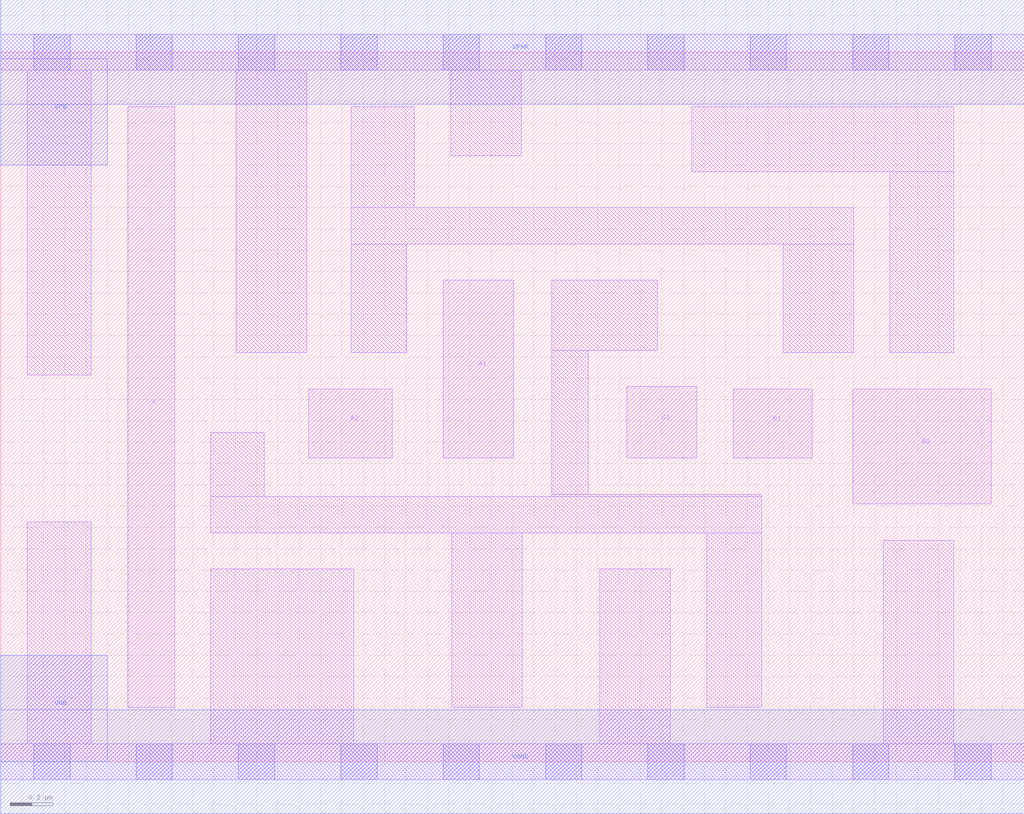
<source format=lef>
# Copyright 2020 The SkyWater PDK Authors
#
# Licensed under the Apache License, Version 2.0 (the "License");
# you may not use this file except in compliance with the License.
# You may obtain a copy of the License at
#
#     https://www.apache.org/licenses/LICENSE-2.0
#
# Unless required by applicable law or agreed to in writing, software
# distributed under the License is distributed on an "AS IS" BASIS,
# WITHOUT WARRANTIES OR CONDITIONS OF ANY KIND, either express or implied.
# See the License for the specific language governing permissions and
# limitations under the License.
#
# SPDX-License-Identifier: Apache-2.0

VERSION 5.5 ;
NAMESCASESENSITIVE ON ;
BUSBITCHARS "[]" ;
DIVIDERCHAR "/" ;
MACRO sky130_fd_sc_lp__a221o_2
  CLASS CORE ;
  SOURCE USER ;
  ORIGIN  0.000000  0.000000 ;
  SIZE  4.800000 BY  3.330000 ;
  SYMMETRY X Y R90 ;
  SITE unit ;
  PIN A1
    ANTENNAGATEAREA  0.315000 ;
    DIRECTION INPUT ;
    USE SIGNAL ;
    PORT
      LAYER li1 ;
        RECT 2.075000 1.425000 2.405000 2.260000 ;
    END
  END A1
  PIN A2
    ANTENNAGATEAREA  0.315000 ;
    DIRECTION INPUT ;
    USE SIGNAL ;
    PORT
      LAYER li1 ;
        RECT 1.445000 1.425000 1.835000 1.750000 ;
    END
  END A2
  PIN B1
    ANTENNAGATEAREA  0.315000 ;
    DIRECTION INPUT ;
    USE SIGNAL ;
    PORT
      LAYER li1 ;
        RECT 3.435000 1.425000 3.805000 1.750000 ;
    END
  END B1
  PIN B2
    ANTENNAGATEAREA  0.315000 ;
    DIRECTION INPUT ;
    USE SIGNAL ;
    PORT
      LAYER li1 ;
        RECT 3.995000 1.210000 4.645000 1.750000 ;
    END
  END B2
  PIN C1
    ANTENNAGATEAREA  0.315000 ;
    DIRECTION INPUT ;
    USE SIGNAL ;
    PORT
      LAYER li1 ;
        RECT 2.935000 1.425000 3.265000 1.760000 ;
    END
  END C1
  PIN X
    ANTENNADIFFAREA  0.588000 ;
    DIRECTION OUTPUT ;
    USE SIGNAL ;
    PORT
      LAYER li1 ;
        RECT 0.595000 0.255000 0.815000 3.075000 ;
    END
  END X
  PIN VGND
    DIRECTION INOUT ;
    USE GROUND ;
    PORT
      LAYER met1 ;
        RECT 0.000000 -0.245000 4.800000 0.245000 ;
    END
  END VGND
  PIN VNB
    DIRECTION INOUT ;
    USE GROUND ;
    PORT
      LAYER met1 ;
        RECT 0.000000 0.000000 0.500000 0.500000 ;
    END
  END VNB
  PIN VPB
    DIRECTION INOUT ;
    USE POWER ;
    PORT
      LAYER met1 ;
        RECT 0.000000 2.800000 0.500000 3.300000 ;
    END
  END VPB
  PIN VPWR
    DIRECTION INOUT ;
    USE POWER ;
    PORT
      LAYER met1 ;
        RECT 0.000000 3.085000 4.800000 3.575000 ;
    END
  END VPWR
  OBS
    LAYER li1 ;
      RECT 0.000000 -0.085000 4.800000 0.085000 ;
      RECT 0.000000  3.245000 4.800000 3.415000 ;
      RECT 0.125000  0.085000 0.425000 1.125000 ;
      RECT 0.125000  1.815000 0.425000 3.245000 ;
      RECT 0.985000  0.085000 1.655000 0.905000 ;
      RECT 0.985000  1.075000 3.570000 1.245000 ;
      RECT 0.985000  1.245000 1.235000 1.545000 ;
      RECT 1.105000  1.920000 1.435000 3.245000 ;
      RECT 1.645000  1.920000 1.905000 2.430000 ;
      RECT 1.645000  2.430000 4.000000 2.600000 ;
      RECT 1.645000  2.600000 1.940000 3.075000 ;
      RECT 2.110000  2.845000 2.440000 3.245000 ;
      RECT 2.115000  0.255000 2.445000 1.075000 ;
      RECT 2.585000  1.245000 3.570000 1.255000 ;
      RECT 2.585000  1.255000 2.755000 1.930000 ;
      RECT 2.585000  1.930000 3.080000 2.260000 ;
      RECT 2.810000  0.085000 3.140000 0.905000 ;
      RECT 3.240000  2.770000 4.470000 3.075000 ;
      RECT 3.310000  0.255000 3.570000 1.075000 ;
      RECT 3.670000  1.920000 4.000000 2.430000 ;
      RECT 4.140000  0.085000 4.470000 1.040000 ;
      RECT 4.170000  1.920000 4.470000 2.770000 ;
    LAYER mcon ;
      RECT 0.155000 -0.085000 0.325000 0.085000 ;
      RECT 0.155000  3.245000 0.325000 3.415000 ;
      RECT 0.635000 -0.085000 0.805000 0.085000 ;
      RECT 0.635000  3.245000 0.805000 3.415000 ;
      RECT 1.115000 -0.085000 1.285000 0.085000 ;
      RECT 1.115000  3.245000 1.285000 3.415000 ;
      RECT 1.595000 -0.085000 1.765000 0.085000 ;
      RECT 1.595000  3.245000 1.765000 3.415000 ;
      RECT 2.075000 -0.085000 2.245000 0.085000 ;
      RECT 2.075000  3.245000 2.245000 3.415000 ;
      RECT 2.555000 -0.085000 2.725000 0.085000 ;
      RECT 2.555000  3.245000 2.725000 3.415000 ;
      RECT 3.035000 -0.085000 3.205000 0.085000 ;
      RECT 3.035000  3.245000 3.205000 3.415000 ;
      RECT 3.515000 -0.085000 3.685000 0.085000 ;
      RECT 3.515000  3.245000 3.685000 3.415000 ;
      RECT 3.995000 -0.085000 4.165000 0.085000 ;
      RECT 3.995000  3.245000 4.165000 3.415000 ;
      RECT 4.475000 -0.085000 4.645000 0.085000 ;
      RECT 4.475000  3.245000 4.645000 3.415000 ;
  END
END sky130_fd_sc_lp__a221o_2
END LIBRARY

</source>
